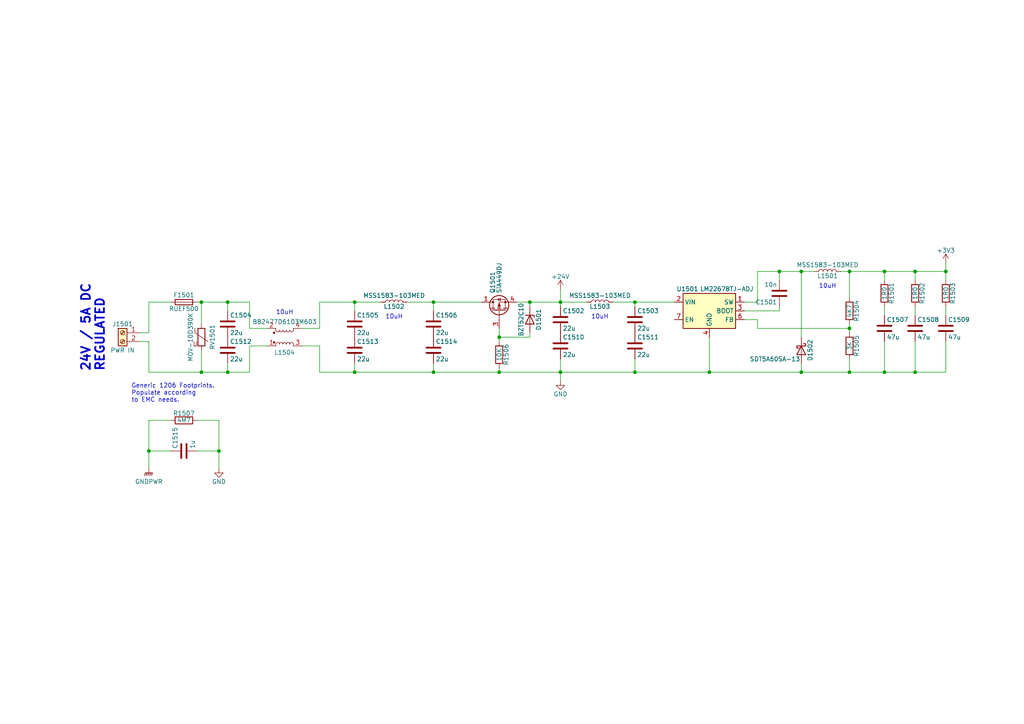
<source format=kicad_sch>
(kicad_sch (version 20211123) (generator eeschema)
  (paper "A4")
  (title_block (title "Open Hardware 10Base-T1L Switch") (date "2023-04-07") (rev "REV A") (company "Peter Heinrich") (comment 1 "Open Hardware License CERN-OHL-P v2") (comment 2 "https://github.com/peterheinrich/Open_10Base-T1L_Switch"))
  (lib_symbols
    (symbol "Connector:Screw_Terminal_01x02" (pin_names (offset 1.016) hide)
      (property "Reference" "J" (at 0 2.54 0))
      (property "Value" "Screw_Terminal_01x02" (at 0 -5.08 0))
      (symbol "Screw_Terminal_01x02_1_1"
        (rectangle (start -1.27 1.27) (end 1.27 -3.81) (stroke (width 0.254)) (fill (type background)))
        (circle (center 0 -2.54) (radius 0.635) (stroke (width 0.1524)))
        (polyline (pts (xy -0.5334 -2.2098) (xy 0.3302 -3.048)) (stroke (width 0.1524)))
        (polyline (pts (xy -0.5334 0.3302) (xy 0.3302 -0.508)) (stroke (width 0.1524)))
        (polyline (pts (xy -0.3556 -2.032) (xy 0.508 -2.8702)) (stroke (width 0.1524)))
        (polyline (pts (xy -0.3556 0.508) (xy 0.508 -0.3302)) (stroke (width 0.1524)))
        (circle (center 0 0) (radius 0.635) (stroke (width 0.1524)))
        (pin passive line (at -5.08 0 0) (length 3.81) (name "Pin_1") (number "1"))
        (pin passive line (at -5.08 -2.54 0) (length 3.81) (name "Pin_2") (number "2"))
      )
    )
    (symbol "Device:C" (pin_numbers hide) (pin_names (offset 0.254))
      (property "Reference" "C" (at 0.635 2.54 0))
      (property "Value" "C" (at 0.635 -2.54 0))
      (symbol "C_0_1"
        (polyline (pts (xy -2.032 -0.762) (xy 2.032 -0.762)) (stroke (width 0.508)))
        (polyline (pts (xy -2.032 0.762) (xy 2.032 0.762)) (stroke (width 0.508)))
      )
      (symbol "C_1_1"
        (pin passive line (at 0 3.81 270) (length 2.794) (name "~") (number "1"))
        (pin passive line (at 0 -3.81 90) (length 2.794) (name "~") (number "2"))
      )
    )
    (symbol "Device:D_Schottky" (pin_numbers hide) (pin_names (offset 1.016) hide)
      (property "Reference" "D" (at 0 2.54 0))
      (property "Value" "D_Schottky" (at 0 -2.54 0))
      (symbol "D_Schottky_0_1"
        (polyline (pts (xy 1.27 0) (xy -1.27 0)))
        (polyline (pts (xy 1.27 1.27) (xy 1.27 -1.27) (xy -1.27 0) (xy 1.27 1.27)) (stroke (width 0.254)))
        (polyline (pts (xy -1.905 0.635) (xy -1.905 1.27) (xy -1.27 1.27) (xy -1.27 -1.27) (xy -0.635 -1.27) (xy -0.635 -0.635)) (stroke (width 0.254)))
      )
      (symbol "D_Schottky_1_1"
        (pin passive line (at -3.81 0 0) (length 2.54) (name "K") (number "1"))
        (pin passive line (at 3.81 0 180) (length 2.54) (name "A") (number "2"))
      )
    )
    (symbol "Device:D_Zener" (pin_numbers hide) (pin_names (offset 1.016) hide)
      (property "Reference" "D" (at 0 2.54 0))
      (property "Value" "D_Zener" (at 0 -2.54 0))
      (symbol "D_Zener_0_1"
        (polyline (pts (xy 1.27 0) (xy -1.27 0)))
        (polyline (pts (xy -1.27 -1.27) (xy -1.27 1.27) (xy -0.762 1.27)) (stroke (width 0.254)))
        (polyline (pts (xy 1.27 -1.27) (xy 1.27 1.27) (xy -1.27 0) (xy 1.27 -1.27)) (stroke (width 0.254)))
      )
      (symbol "D_Zener_1_1"
        (pin passive line (at -3.81 0 0) (length 2.54) (name "K") (number "1"))
        (pin passive line (at 3.81 0 180) (length 2.54) (name "A") (number "2"))
      )
    )
    (symbol "Device:Fuse" (pin_numbers hide) (pin_names (offset 0))
      (property "Reference" "F" (at 2.032 0 90))
      (property "Value" "Fuse" (at -1.905 0 90))
      (symbol "Fuse_0_1"
        (rectangle (start -0.762 -2.54) (end 0.762 2.54) (stroke (width 0.254)))
        (polyline (pts (xy 0 2.54) (xy 0 -2.54)))
      )
      (symbol "Fuse_1_1"
        (pin passive line (at 0 3.81 270) (length 1.27) (name "~") (number "1"))
        (pin passive line (at 0 -3.81 90) (length 1.27) (name "~") (number "2"))
      )
    )
    (symbol "Device:L" (pin_numbers hide) (pin_names (offset 1.016) hide)
      (property "Reference" "L" (at -1.27 0 90))
      (property "Value" "L" (at 1.905 0 90))
      (symbol "L_0_1"
        (arc (start 0 -2.54) (mid 0.635 -1.905) (end 0 -1.27))
        (arc (start 0 -1.27) (mid 0.635 -0.635) (end 0 0))
        (arc (start 0 0) (mid 0.635 0.635) (end 0 1.27))
        (arc (start 0 1.27) (mid 0.635 1.905) (end 0 2.54))
      )
      (symbol "L_1_1"
        (pin passive line (at 0 3.81 270) (length 1.27) (name "1") (number "1"))
        (pin passive line (at 0 -3.81 90) (length 1.27) (name "2") (number "2"))
      )
    )
    (symbol "Device:L_Coupled_1324" (pin_names (offset 0.254) hide)
      (property "Reference" "L" (at 0 4.445 0))
      (property "Value" "L_Coupled_1324" (at 0 -4.445 0))
      (symbol "L_Coupled_1324_0_1"
        (circle (center -3.048 -1.27) (radius 0.254) (fill (type outline)))
        (circle (center -3.048 1.524) (radius 0.254) (fill (type outline)))
        (arc (start -2.54 2.032) (mid -2.032 1.524) (end -1.524 2.032))
        (arc (start -1.524 -2.032) (mid -2.032 -1.524) (end -2.54 -2.032))
        (arc (start -1.524 2.032) (mid -1.016 1.524) (end -0.508 2.032))
        (arc (start -0.508 -2.032) (mid -1.016 -1.524) (end -1.524 -2.032))
        (arc (start -0.508 2.032) (mid 0 1.524) (end 0.508 2.032))
        (polyline (pts (xy -2.54 -2.032) (xy -2.54 -2.54)))
        (polyline (pts (xy -2.54 2.032) (xy -2.54 2.54)))
        (polyline (pts (xy 2.54 -2.032) (xy 2.54 -2.54)))
        (polyline (pts (xy 2.54 2.54) (xy 2.54 2.032)))
        (arc (start 0.508 -2.032) (mid 0 -1.524) (end -0.508 -2.032))
        (arc (start 0.508 2.032) (mid 1.016 1.524) (end 1.524 2.032))
        (arc (start 1.524 -2.032) (mid 1.016 -1.524) (end 0.508 -2.032))
        (arc (start 1.524 2.032) (mid 2.032 1.524) (end 2.54 2.032))
        (arc (start 2.54 -2.032) (mid 2.032 -1.524) (end 1.524 -2.032))
      )
      (symbol "L_Coupled_1324_1_1"
        (pin passive line (at -5.08 2.54 0) (length 2.54) (name "1") (number "1"))
        (pin passive line (at -5.08 -2.54 0) (length 2.54) (name "2") (number "2"))
        (pin passive line (at 5.08 2.54 180) (length 2.54) (name "3") (number "3"))
        (pin passive line (at 5.08 -2.54 180) (length 2.54) (name "4") (number "4"))
      )
    )
    (symbol "Device:R" (pin_numbers hide) (pin_names (offset 0))
      (property "Reference" "R" (at 2.032 0 90))
      (property "Value" "R" (at 0 0 90))
      (symbol "R_0_1"
        (rectangle (start -1.016 -2.54) (end 1.016 2.54) (stroke (width 0.254)))
      )
      (symbol "R_1_1"
        (pin passive line (at 0 3.81 270) (length 1.27) (name "~") (number "1"))
        (pin passive line (at 0 -3.81 90) (length 1.27) (name "~") (number "2"))
      )
    )
    (symbol "Device:Varistor" (pin_numbers hide) (pin_names (offset 0))
      (property "Reference" "RV" (at 3.175 0 90))
      (property "Value" "Varistor" (at -3.175 0 90))
      (symbol "Varistor_0_0"
        (text "U" (at -1.778 -2.032 0) (effects (font (size 1.27 1.27))))
      )
      (symbol "Varistor_0_1"
        (rectangle (start -1.016 -2.54) (end 1.016 2.54) (stroke (width 0.254)))
        (polyline (pts (xy -1.905 2.54) (xy -1.905 1.27) (xy 1.905 -1.27)))
      )
      (symbol "Varistor_1_1"
        (pin passive line (at 0 3.81 270) (length 1.27) (name "~") (number "1"))
        (pin passive line (at 0 -3.81 90) (length 1.27) (name "~") (number "2"))
      )
    )
    (symbol "Regulator_Switching:LM22678TJ-ADJ"
      (property "Reference" "U" (at -6.35 6.35 0))
      (property "Value" "LM22678TJ-ADJ" (at 5.08 6.35 0))
      (symbol "LM22678TJ-ADJ_0_1"
        (rectangle (start -7.62 5.08) (end 7.62 -5.08) (stroke (width 0.254)) (fill (type background)))
      )
      (symbol "LM22678TJ-ADJ_1_1"
        (pin power_out line (at 10.16 2.54 180) (length 2.54) (name "SW") (number "1"))
        (pin power_in line (at -10.16 2.54 0) (length 2.54) (name "VIN") (number "2"))
        (pin passive line (at 10.16 0 180) (length 2.54) (name "BOOT") (number "3"))
        (pin power_in line (at 0 -7.62 90) (length 2.54) (name "GND") (number "4"))
        (pin no_connect line (at -7.62 0 0) (length 2.54) hide (name "NC") (number "5"))
        (pin input line (at 10.16 -2.54 180) (length 2.54) (name "FB") (number "6"))
        (pin input line (at -10.16 -2.54 0) (length 2.54) (name "EN") (number "7"))
        (pin passive line (at 0 -7.62 90) (length 2.54) hide (name "GND") (number "8"))
      )
    )
    (symbol "Transistor_FET:SiA449DJ" (pin_names hide)
      (property "Reference" "Q" (at 5.08 1.905 0))
      (property "Value" "SiA449DJ" (at 5.08 0 0))
      (symbol "SiA449DJ_0_1"
        (polyline (pts (xy 0.254 0) (xy -2.54 0)))
        (polyline (pts (xy 0.254 1.905) (xy 0.254 -1.905)) (stroke (width 0.254)))
        (polyline (pts (xy 0.762 -1.27) (xy 0.762 -2.286)) (stroke (width 0.254)))
        (polyline (pts (xy 0.762 0.508) (xy 0.762 -0.508)) (stroke (width 0.254)))
        (polyline (pts (xy 0.762 2.286) (xy 0.762 1.27)) (stroke (width 0.254)))
        (polyline (pts (xy 2.54 2.54) (xy 2.54 1.778)))
        (polyline (pts (xy 2.54 -2.54) (xy 2.54 0) (xy 0.762 0)))
        (polyline (pts (xy 0.762 1.778) (xy 3.302 1.778) (xy 3.302 -1.778) (xy 0.762 -1.778)))
        (polyline (pts (xy 2.286 0) (xy 1.27 0.381) (xy 1.27 -0.381) (xy 2.286 0)) (fill (type outline)))
        (polyline (pts (xy 2.794 -0.508) (xy 2.921 -0.381) (xy 3.683 -0.381) (xy 3.81 -0.254)))
        (polyline (pts (xy 3.302 -0.381) (xy 2.921 0.254) (xy 3.683 0.254) (xy 3.302 -0.381)))
        (circle (center 1.651 0) (radius 2.794) (stroke (width 0.254)))
        (circle (center 2.54 -1.778) (radius 0.254) (fill (type outline)))
        (circle (center 2.54 1.778) (radius 0.254) (fill (type outline)))
      )
      (symbol "SiA449DJ_1_1"
        (pin passive line (at 2.54 5.08 270) (length 2.54) (name "D") (number "1"))
        (pin passive line (at -5.08 0 0) (length 2.54) (name "G") (number "3"))
        (pin passive line (at 2.54 -5.08 90) (length 2.54) (name "S") (number "4"))
      )
    )
    (symbol "power:+24V" (power) (pin_names (offset 0))
      (property "Value" "+24V" (at 0 3.556 0))
      (symbol "+24V_0_1"
        (polyline (pts (xy -0.762 1.27) (xy 0 2.54)))
        (polyline (pts (xy 0 0) (xy 0 2.54)))
        (polyline (pts (xy 0 2.54) (xy 0.762 1.27)))
      )
      (symbol "+24V_1_1"
        (pin power_in line (at 0 0 90) (length 0) hide (name "+24V") (number "1"))
      )
    )
    (symbol "power:+3V3" (power) (pin_names (offset 0))
      (property "Value" "+3V3" (at 0 3.556 0))
      (symbol "+3V3_0_1"
        (polyline (pts (xy -0.762 1.27) (xy 0 2.54)))
        (polyline (pts (xy 0 0) (xy 0 2.54)))
        (polyline (pts (xy 0 2.54) (xy 0.762 1.27)))
      )
      (symbol "+3V3_1_1"
        (pin power_in line (at 0 0 90) (length 0) hide (name "+3V3") (number "1"))
      )
    )
    (symbol "power:GND" (power) (pin_names (offset 0))
      (property "Value" "GND" (at 0 -3.81 0))
      (symbol "GND_0_1"
        (polyline (pts (xy 0 0) (xy 0 -1.27) (xy 1.27 -1.27) (xy 0 -2.54) (xy -1.27 -1.27) (xy 0 -1.27)))
      )
      (symbol "GND_1_1"
        (pin power_in line (at 0 0 270) (length 0) hide (name "GND") (number "1"))
      )
    )
    (symbol "power:GNDPWR" (power) (pin_names (offset 0))
      (property "Value" "GNDPWR" (at 0 -3.302 0))
      (symbol "GNDPWR_0_1"
        (polyline (pts (xy 0 -1.27) (xy 0 0)))
        (polyline (pts (xy -1.016 -1.27) (xy -1.27 -2.032) (xy -1.27 -2.032)) (stroke (width 0.2032)))
        (polyline (pts (xy -0.508 -1.27) (xy -0.762 -2.032) (xy -0.762 -2.032)) (stroke (width 0.2032)))
        (polyline (pts (xy 0 -1.27) (xy -0.254 -2.032) (xy -0.254 -2.032)) (stroke (width 0.2032)))
        (polyline (pts (xy 0.508 -1.27) (xy 0.254 -2.032) (xy 0.254 -2.032)) (stroke (width 0.2032)))
        (polyline (pts (xy 1.016 -1.27) (xy -1.016 -1.27) (xy -1.016 -1.27)) (stroke (width 0.2032)))
        (polyline (pts (xy 1.016 -1.27) (xy 0.762 -2.032) (xy 0.762 -2.032) (xy 0.762 -2.032)) (stroke (width 0.2032)))
      )
      (symbol "GNDPWR_1_1"
        (pin power_in line (at 0 0 270) (length 0) hide (name "GNDPWR") (number "1"))
      )
    )
  )
  (junction (at 246.38 107.95))
  (junction (at 246.38 95.25))
  (junction (at 232.41 107.95))
  (junction (at 66.04 107.95))
  (junction (at 66.04 87.63))
  (junction (at 63.5 130.81))
  (junction (at 184.15 87.63))
  (junction (at 256.54 78.74))
  (junction (at 205.74 107.95))
  (junction (at 144.78 107.95))
  (junction (at 162.56 87.63))
  (junction (at 102.87 107.95))
  (junction (at 265.43 78.74))
  (junction (at 246.38 78.74))
  (junction (at 125.73 107.95))
  (junction (at 58.42 87.63))
  (junction (at 232.41 78.74))
  (junction (at 43.18 130.81))
  (junction (at 125.73 87.63))
  (junction (at 274.32 78.74))
  (junction (at 153.67 87.63))
  (junction (at 144.78 97.79))
  (junction (at 162.56 107.95))
  (junction (at 256.54 107.95))
  (junction (at 184.15 107.95))
  (junction (at 226.06 78.74))
  (junction (at 58.42 107.95))
  (junction (at 102.87 87.63))
  (junction (at 265.43 107.95))
  (wire (pts (xy 43.18 121.92) (xy 49.53 121.92)))
  (wire (pts (xy 92.71 107.95) (xy 102.87 107.95)))
  (wire (pts (xy 243.84 78.74) (xy 246.38 78.74)))
  (wire (pts (xy 58.42 101.6) (xy 58.42 107.95)))
  (wire (pts (xy 162.56 87.63) (xy 170.18 87.63)))
  (wire (pts (xy 162.56 107.95) (xy 162.56 110.49)))
  (wire (pts (xy 232.41 107.95) (xy 246.38 107.95)))
  (wire (pts (xy 162.56 107.95) (xy 162.56 104.14)))
  (wire (pts (xy 43.18 107.95) (xy 43.18 99.06)))
  (wire (pts (xy 144.78 97.79) (xy 144.78 99.06)))
  (wire (pts (xy 57.15 121.92) (xy 63.5 121.92)))
  (wire (pts (xy 265.43 99.06) (xy 265.43 107.95)))
  (wire (pts (xy 153.67 96.52) (xy 153.67 97.79)))
  (wire (pts (xy 256.54 99.06) (xy 256.54 107.95)))
  (wire (pts (xy 63.5 135.89) (xy 63.5 130.81)))
  (wire (pts (xy 43.18 130.81) (xy 49.53 130.81)))
  (wire (pts (xy 92.71 87.63) (xy 102.87 87.63)))
  (wire (pts (xy 215.9 90.17) (xy 226.06 90.17)))
  (wire (pts (xy 87.63 100.33) (xy 92.71 100.33)))
  (wire (pts (xy 58.42 107.95) (xy 66.04 107.95)))
  (wire (pts (xy 232.41 78.74) (xy 232.41 97.79)))
  (wire (pts (xy 149.86 87.63) (xy 153.67 87.63)))
  (wire (pts (xy 43.18 121.92) (xy 43.18 130.81)))
  (wire (pts (xy 125.73 87.63) (xy 125.73 90.17)))
  (wire (pts (xy 219.71 95.25) (xy 246.38 95.25)))
  (wire (pts (xy 219.71 92.71) (xy 219.71 95.25)))
  (wire (pts (xy 144.78 95.25) (xy 144.78 97.79)))
  (wire (pts (xy 265.43 88.9) (xy 265.43 91.44)))
  (wire (pts (xy 205.74 107.95) (xy 232.41 107.95)))
  (wire (pts (xy 63.5 130.81) (xy 63.5 121.92)))
  (wire (pts (xy 102.87 105.41) (xy 102.87 107.95)))
  (wire (pts (xy 265.43 78.74) (xy 274.32 78.74)))
  (wire (pts (xy 256.54 107.95) (xy 265.43 107.95)))
  (wire (pts (xy 215.9 92.71) (xy 219.71 92.71)))
  (wire (pts (xy 256.54 78.74) (xy 265.43 78.74)))
  (wire (pts (xy 40.64 99.06) (xy 43.18 99.06)))
  (wire (pts (xy 72.39 95.25) (xy 72.39 87.63)))
  (wire (pts (xy 205.74 97.79) (xy 205.74 107.95)))
  (wire (pts (xy 219.71 78.74) (xy 219.71 87.63)))
  (wire (pts (xy 118.11 87.63) (xy 125.73 87.63)))
  (wire (pts (xy 215.9 87.63) (xy 219.71 87.63)))
  (wire (pts (xy 246.38 93.98) (xy 246.38 95.25)))
  (wire (pts (xy 265.43 107.95) (xy 274.32 107.95)))
  (wire (pts (xy 274.32 107.95) (xy 274.32 99.06)))
  (wire (pts (xy 265.43 78.74) (xy 265.43 81.28)))
  (wire (pts (xy 232.41 105.41) (xy 232.41 107.95)))
  (wire (pts (xy 43.18 107.95) (xy 58.42 107.95)))
  (wire (pts (xy 102.87 87.63) (xy 110.49 87.63)))
  (wire (pts (xy 144.78 97.79) (xy 153.67 97.79)))
  (wire (pts (xy 102.87 107.95) (xy 125.73 107.95)))
  (wire (pts (xy 184.15 107.95) (xy 205.74 107.95)))
  (wire (pts (xy 184.15 87.63) (xy 184.15 88.9)))
  (wire (pts (xy 153.67 87.63) (xy 153.67 88.9)))
  (wire (pts (xy 144.78 106.68) (xy 144.78 107.95)))
  (wire (pts (xy 92.71 107.95) (xy 92.71 100.33)))
  (wire (pts (xy 236.22 78.74) (xy 232.41 78.74)))
  (wire (pts (xy 58.42 87.63) (xy 66.04 87.63)))
  (wire (pts (xy 274.32 88.9) (xy 274.32 91.44)))
  (wire (pts (xy 256.54 78.74) (xy 256.54 81.28)))
  (wire (pts (xy 162.56 87.63) (xy 162.56 88.9)))
  (wire (pts (xy 43.18 96.52) (xy 43.18 87.63)))
  (wire (pts (xy 226.06 78.74) (xy 232.41 78.74)))
  (wire (pts (xy 226.06 78.74) (xy 226.06 81.28)))
  (wire (pts (xy 66.04 87.63) (xy 66.04 90.17)))
  (wire (pts (xy 274.32 78.74) (xy 274.32 81.28)))
  (wire (pts (xy 144.78 107.95) (xy 162.56 107.95)))
  (wire (pts (xy 184.15 107.95) (xy 184.15 104.14)))
  (wire (pts (xy 246.38 95.25) (xy 246.38 96.52)))
  (wire (pts (xy 177.8 87.63) (xy 184.15 87.63)))
  (wire (pts (xy 58.42 87.63) (xy 58.42 93.98)))
  (wire (pts (xy 102.87 87.63) (xy 102.87 90.17)))
  (wire (pts (xy 77.47 100.33) (xy 72.39 100.33)))
  (wire (pts (xy 246.38 78.74) (xy 246.38 86.36)))
  (wire (pts (xy 246.38 78.74) (xy 256.54 78.74)))
  (wire (pts (xy 66.04 107.95) (xy 66.04 105.41)))
  (wire (pts (xy 125.73 87.63) (xy 139.7 87.63)))
  (wire (pts (xy 246.38 104.14) (xy 246.38 107.95)))
  (wire (pts (xy 125.73 107.95) (xy 144.78 107.95)))
  (wire (pts (xy 43.18 87.63) (xy 49.53 87.63)))
  (wire (pts (xy 162.56 83.82) (xy 162.56 87.63)))
  (wire (pts (xy 246.38 107.95) (xy 256.54 107.95)))
  (wire (pts (xy 162.56 107.95) (xy 184.15 107.95)))
  (wire (pts (xy 256.54 88.9) (xy 256.54 91.44)))
  (wire (pts (xy 72.39 100.33) (xy 72.39 107.95)))
  (wire (pts (xy 184.15 87.63) (xy 195.58 87.63)))
  (wire (pts (xy 57.15 87.63) (xy 58.42 87.63)))
  (wire (pts (xy 226.06 88.9) (xy 226.06 90.17)))
  (wire (pts (xy 77.47 95.25) (xy 72.39 95.25)))
  (wire (pts (xy 125.73 107.95) (xy 125.73 105.41)))
  (wire (pts (xy 57.15 130.81) (xy 63.5 130.81)))
  (wire (pts (xy 153.67 87.63) (xy 162.56 87.63)))
  (wire (pts (xy 43.18 130.81) (xy 43.18 135.89)))
  (wire (pts (xy 40.64 96.52) (xy 43.18 96.52)))
  (wire (pts (xy 274.32 76.2) (xy 274.32 78.74)))
  (wire (pts (xy 87.63 95.25) (xy 92.71 95.25)))
  (wire (pts (xy 66.04 87.63) (xy 72.39 87.63)))
  (wire (pts (xy 66.04 107.95) (xy 72.39 107.95)))
  (wire (pts (xy 92.71 95.25) (xy 92.71 87.63)))
  (wire (pts (xy 219.71 78.74) (xy 226.06 78.74)))
  (text "10uH" (at 111.76 92.71 0) (effects (font (size 1.27 1.27)) (justify left bottom)))
  (text "10uH" (at 237.49 83.82 0) (effects (font (size 1.27 1.27)) (justify left bottom)))
  (text "10uH" (at 80.01 91.44 0) (effects (font (size 1.27 1.27)) (justify left bottom)))
  (text "Generic 1206 Footprints.\nPopulate according \nto EMC needs." (at 38.1 116.84 0) (effects (font (size 1.27 1.27)) (justify left bottom)))
  (text "24V / 5A DC\nREGULATED" (at 30.48 107.95 90) (effects (font (size 2.54 2.54) (thickness 0.508) bold) (justify left bottom)))
  (text "10uH" (at 171.45 92.71 0) (effects (font (size 1.27 1.27)) (justify left bottom)))
  (symbol (lib_id "Device:C") (at 256.54 95.25 0) (unit 1)
    (property "Reference" "C1507" (at 257.175 92.71 0) (effects (justify left)))
    (property "Value" "47u" (at 257.175 97.79 0) (effects (justify left)))
    (property "Footprint" "Capacitor_SMD:C_1206_3216Metric" (effects hide))
  )
  (symbol (lib_id "Device:R") (at 246.38 90.17 0) (unit 1)
    (property "Reference" "R1504" (at 248.412 90.17 90))
    (property "Value" "4K7" (at 246.38 90.17 90))
    (property "Footprint" "Resistor_SMD:R_0603_1608Metric" (effects hide))
  )
  (symbol (lib_id "Device:C") (at 102.87 93.98 0) (unit 1)
    (property "Reference" "C1505" (at 103.505 91.44 0) (effects (justify left)))
    (property "Value" "22u" (at 103.505 96.52 0) (effects (justify left)))
    (property "Footprint" "Capacitor_SMD:C_1206_3216Metric" (effects hide))
  )
  (symbol (lib_id "Device:C") (at 162.56 100.33 0) (unit 1)
    (property "Reference" "C1510" (at 163.195 97.79 0) (effects (justify left)))
    (property "Value" "22u" (at 163.195 102.87 0) (effects (justify left)))
    (property "Footprint" "Capacitor_SMD:C_1206_3216Metric" (effects hide))
  )
  (symbol (lib_id "Device:L_Coupled_1324") (at 82.55 97.79 0) (mirror x) (unit 1)
    (property "Reference" "L1504" (at 82.55 102.235 0))
    (property "Value" "B82477D6103M603" (at 82.55 93.345 0))
    (property "Footprint" "Inductor_SMD:L_Bourns_SRF1260" (effects hide))
    (property "Datasheet" "https://product.tdk.com/system/files/dam/doc/product/inductor/inductor/smd/data_sheet/30/db/ind_2008/b82477d6.pdf" (effects hide))
  )
  (symbol (lib_id "Connector:Screw_Terminal_01x02") (at 35.56 96.52 0) (mirror y) (unit 1)
    (property "Reference" "J1501" (at 35.56 93.98 0))
    (property "Value" "PWR IN" (at 35.56 101.6 0))
    (property "Footprint" "TerminalBlock_RND:TerminalBlock_RND_205-00001_1x02_P5.00mm_Horizontal" (effects hide))
  )
  (symbol (lib_id "Device:R") (at 246.38 100.33 0) (unit 1)
    (property "Reference" "R1505" (at 248.412 100.33 90))
    (property "Value" "3K" (at 246.38 100.33 90))
    (property "Footprint" "Resistor_SMD:R_0603_1608Metric" (effects hide))
  )
  (symbol (lib_id "Device:C") (at 125.73 101.6 0) (unit 1)
    (property "Reference" "C1514" (at 126.365 99.06 0) (effects (justify left)))
    (property "Value" "22u" (at 126.365 104.14 0) (effects (justify left)))
    (property "Footprint" "Capacitor_SMD:C_1206_3216Metric" (effects hide))
  )
  (symbol (lib_id "Device:C") (at 102.87 101.6 0) (unit 1)
    (property "Reference" "C1513" (at 103.505 99.06 0) (effects (justify left)))
    (property "Value" "22u" (at 103.505 104.14 0) (effects (justify left)))
    (property "Footprint" "Capacitor_SMD:C_1206_3216Metric" (effects hide))
  )
  (symbol (lib_id "Device:L") (at 240.03 78.74 90) (unit 1)
    (property "Reference" "L1501" (at 240.03 80.01 90))
    (property "Value" "MSS1583-103MED" (at 240.03 76.835 90))
    (property "Footprint" "MSS1583:MSS1583" (effects hide))
    (property "Datasheet" "https://www.coilcraft.com/getmedia/fbfe8ea7-f5d8-4484-859e-2285f427326d/mss1583.pdf" (effects hide))
  )
  (symbol (lib_id "Device:L") (at 114.3 87.63 90) (unit 1)
    (property "Reference" "L1502" (at 114.3 88.9 90))
    (property "Value" "MSS1583-103MED" (at 114.3 85.725 90))
    (property "Footprint" "MSS1583:MSS1583" (effects hide))
    (property "Datasheet" "https://www.coilcraft.com/getmedia/fbfe8ea7-f5d8-4484-859e-2285f427326d/mss1583.pdf" (effects hide))
  )
  (symbol (lib_id "Regulator_Switching:LM22678TJ-ADJ") (at 205.74 90.17 0) (unit 1)
    (property "Reference" "U1501" (at 199.39 83.82 0))
    (property "Value" "LM22678TJ-ADJ" (at 210.82 83.82 0))
    (property "Footprint" "Package_TO_SOT_SMD:TO-263-7_TabPin8" (effects hide))
    (property "Datasheet" "https://www.ti.com/lit/ds/symlink/lm22678.pdf" (effects hide))
    (property "MPN" "LM22678TJ-ADJ/NOPB" (effects hide))
  )
  (symbol (lib_id "power:GND") (at 162.56 110.49 0) (unit 1)
    (property "Reference" "#PWR01503" (effects hide))
    (property "Value" "GND" (at 162.56 114.3 0))
  )
  (symbol (lib_id "Device:C") (at 53.34 130.81 90) (unit 1)
    (property "Reference" "C1515" (at 50.8 130.175 0) (effects (justify left)))
    (property "Value" "1u" (at 55.88 130.175 0) (effects (justify left)))
    (property "Footprint" "Capacitor_SMD:C_1206_3216Metric" (effects hide))
  )
  (symbol (lib_id "Device:Varistor") (at 58.42 97.79 0) (unit 1)
    (property "Reference" "RV1501" (at 61.595 97.79 90))
    (property "Value" "MOV-10D390K" (at 55.245 97.79 90))
    (property "Footprint" "Varistor:RV_Disc_D12mm_W3.9mm_P7.5mm" (effects hide))
  )
  (symbol (lib_id "Device:C") (at 125.73 93.98 0) (unit 1)
    (property "Reference" "C1506" (at 126.365 91.44 0) (effects (justify left)))
    (property "Value" "22u" (at 126.365 96.52 0) (effects (justify left)))
    (property "Footprint" "Capacitor_SMD:C_1206_3216Metric" (effects hide))
  )
  (symbol (lib_id "Device:C") (at 274.32 95.25 0) (unit 1)
    (property "Reference" "C1509" (at 274.955 92.71 0) (effects (justify left)))
    (property "Value" "47u" (at 274.955 97.79 0) (effects (justify left)))
    (property "Footprint" "Capacitor_SMD:C_1206_3216Metric" (effects hide))
  )
  (symbol (lib_id "Device:Fuse") (at 53.34 87.63 90) (unit 1)
    (property "Reference" "F1501" (at 53.34 85.598 90))
    (property "Value" "RUEF500" (at 53.34 89.535 90))
    (property "Footprint" "Fuse:Fuse_Bourns_MF-RG500" (effects hide))
  )
  (symbol (lib_id "Device:D_Schottky") (at 232.41 101.6 270) (unit 1)
    (property "Reference" "D1502" (at 234.95 101.6 0))
    (property "Value" "SDT5A60SA-13" (at 224.79 104.14 90))
    (property "Footprint" "Diode_SMD:D_SMA" (effects hide))
  )
  (symbol (lib_id "Device:R") (at 256.54 85.09 0) (unit 1)
    (property "Reference" "R1501" (at 258.572 85.09 90))
    (property "Value" "1R0" (at 256.54 85.09 90))
    (property "Footprint" "Resistor_SMD:R_0805_2012Metric" (effects hide))
  )
  (symbol (lib_id "Device:C") (at 162.56 92.71 0) (unit 1)
    (property "Reference" "C1502" (at 163.195 90.17 0) (effects (justify left)))
    (property "Value" "22u" (at 163.195 95.25 0) (effects (justify left)))
    (property "Footprint" "Capacitor_SMD:C_1206_3216Metric" (effects hide))
  )
  (symbol (lib_id "power:+24V") (at 162.56 83.82 0) (unit 1)
    (property "Reference" "#PWR01502" (effects hide))
    (property "Value" "+24V" (at 162.56 80.264 0))
  )
  (symbol (lib_id "Device:R") (at 144.78 102.87 0) (unit 1)
    (property "Reference" "R1506" (at 146.812 102.87 90))
    (property "Value" "10K" (at 144.78 102.87 90))
    (property "Footprint" "Resistor_SMD:R_0603_1608Metric" (effects hide))
  )
  (symbol (lib_id "Device:R") (at 274.32 85.09 0) (unit 1)
    (property "Reference" "R1503" (at 276.352 85.09 90))
    (property "Value" "1R0" (at 274.32 85.09 90))
    (property "Footprint" "Resistor_SMD:R_0805_2012Metric" (effects hide))
  )
  (symbol (lib_id "Device:C") (at 184.15 92.71 0) (unit 1)
    (property "Reference" "C1503" (at 184.785 90.17 0) (effects (justify left)))
    (property "Value" "22u" (at 184.785 95.25 0) (effects (justify left)))
    (property "Footprint" "Capacitor_SMD:C_1206_3216Metric" (effects hide))
  )
  (symbol (lib_id "Device:L") (at 173.99 87.63 90) (unit 1)
    (property "Reference" "L1503" (at 173.99 88.9 90))
    (property "Value" "MSS1583-103MED" (at 173.99 85.725 90))
    (property "Footprint" "MSS1583:MSS1583" (effects hide))
    (property "Datasheet" "https://www.coilcraft.com/getmedia/fbfe8ea7-f5d8-4484-859e-2285f427326d/mss1583.pdf" (effects hide))
  )
  (symbol (lib_id "Device:C") (at 66.04 93.98 0) (unit 1)
    (property "Reference" "C1504" (at 66.675 91.44 0) (effects (justify left)))
    (property "Value" "22u" (at 66.675 96.52 0) (effects (justify left)))
    (property "Footprint" "Capacitor_SMD:C_1206_3216Metric" (effects hide))
  )
  (symbol (lib_id "power:GND") (at 63.5 135.89 0) (unit 1)
    (property "Reference" "#PWR01505" (effects hide))
    (property "Value" "GND" (at 63.5 139.7 0))
  )
  (symbol (lib_id "Device:R") (at 265.43 85.09 0) (unit 1)
    (property "Reference" "R1502" (at 267.462 85.09 90))
    (property "Value" "1R0" (at 265.43 85.09 90))
    (property "Footprint" "Resistor_SMD:R_0805_2012Metric" (effects hide))
  )
  (symbol (lib_id "Device:C") (at 265.43 95.25 0) (unit 1)
    (property "Reference" "C1508" (at 266.065 92.71 0) (effects (justify left)))
    (property "Value" "47u" (at 266.065 97.79 0) (effects (justify left)))
    (property "Footprint" "Capacitor_SMD:C_1206_3216Metric" (effects hide))
  )
  (symbol (lib_id "Device:R") (at 53.34 121.92 90) (unit 1)
    (property "Reference" "R1507" (at 53.34 119.888 90))
    (property "Value" "4M7" (at 53.34 121.92 90))
    (property "Footprint" "Resistor_SMD:R_1206_3216Metric" (effects hide))
  )
  (symbol (lib_id "Device:C") (at 184.15 100.33 0) (unit 1)
    (property "Reference" "C1511" (at 184.785 97.79 0) (effects (justify left)))
    (property "Value" "22u" (at 184.785 102.87 0) (effects (justify left)))
    (property "Footprint" "Capacitor_SMD:C_1206_3216Metric" (effects hide))
  )
  (symbol (lib_id "Device:D_Zener") (at 153.67 92.71 270) (unit 1)
    (property "Reference" "D1501" (at 156.21 92.71 0))
    (property "Value" "BZT52C10" (at 151.13 92.71 0))
    (property "Footprint" "Diode_SMD:D_SOD-123" (effects hide))
  )
  (symbol (lib_id "Transistor_FET:SiA449DJ") (at 144.78 90.17 90) (unit 1)
    (property "Reference" "Q1501" (at 142.875 85.09 0) (effects (justify left)))
    (property "Value" "SiA449DJ" (at 144.78 85.09 0) (effects (justify left)))
    (property "Footprint" "Package_TO_SOT_SMD:Vishay_PowerPAK_SC70-6L_Single" (effects hide))
  )
  (symbol (lib_id "Device:C") (at 226.06 85.09 180) (unit 1)
    (property "Reference" "C1501" (at 225.425 87.63 0) (effects (justify left)))
    (property "Value" "10n" (at 225.425 82.55 0) (effects (justify left)))
    (property "Footprint" "Capacitor_SMD:C_0603_1608Metric" (effects hide))
  )
  (symbol (lib_id "Device:C") (at 66.04 101.6 0) (unit 1)
    (property "Reference" "C1512" (at 66.675 99.06 0) (effects (justify left)))
    (property "Value" "22u" (at 66.675 104.14 0) (effects (justify left)))
    (property "Footprint" "Capacitor_SMD:C_1206_3216Metric" (effects hide))
  )
  (symbol (lib_id "power:+3V3") (at 274.32 76.2 0) (unit 1)
    (property "Reference" "#PWR01501" (effects hide))
    (property "Value" "+3V3" (at 274.32 72.644 0))
  )
  (symbol (lib_id "power:GNDPWR") (at 43.18 135.89 0) (unit 1)
    (property "Reference" "#PWR01504" (effects hide))
    (property "Value" "GNDPWR" (at 43.18 139.7 0))
  )
)
</source>
